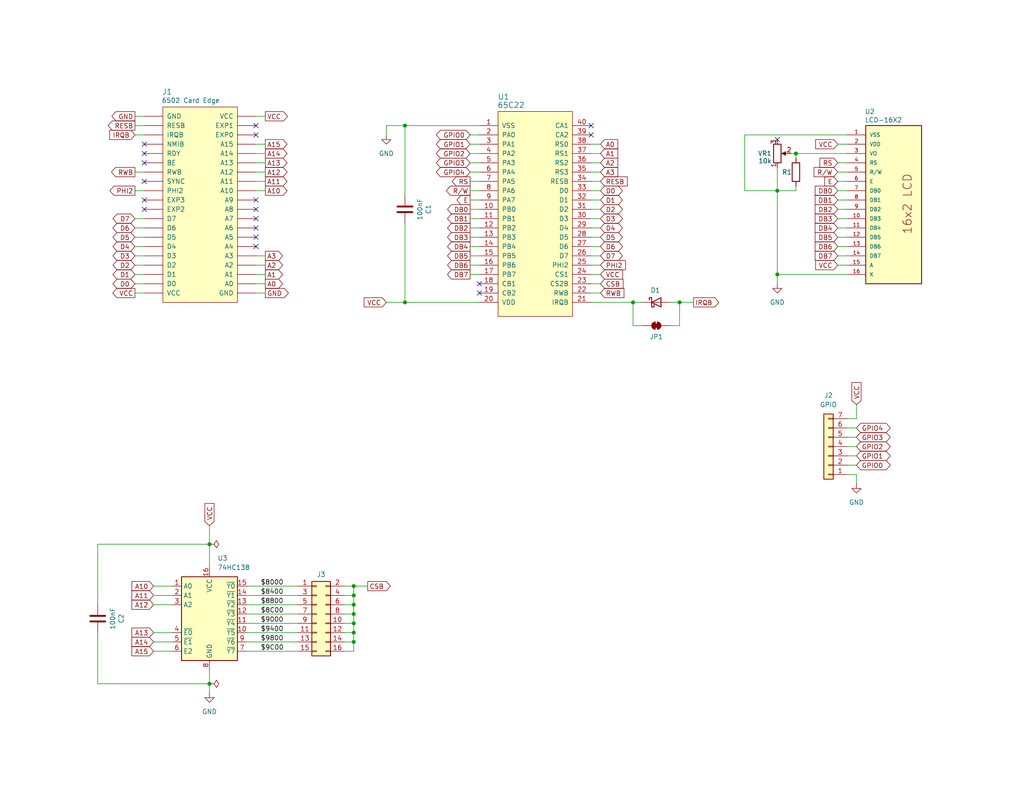
<source format=kicad_sch>
(kicad_sch (version 20250114) (generator "eeschema") (generator_version "9.0")
  (paper "USLetter")
  (title_block (title "6502 LCD Card") (date "2024-06-12") (rev "1.0") (company "A.C. Wright Design"))
  (lib_symbols
    (symbol "6502 Parts:6502 Card Edge" (pin_names (offset 1.016)) (in_bom no)
      (property "Reference" "J" (at -10.16 28.448 0))
      (property "Value" "6502 Card Edge" (at -5.588 26.924 0))
      (symbol "6502 Card Edge_1_0"
        (rectangle (start -10.16 25.4) (end 10.16 -27.94) (fill (type background)))
        (pin power_in line (at -15.24 22.86 0) (length 5.08) (name "GND") (number "GND"))
        (pin bidirectional line (at -15.24 20.32 0) (length 5.08) (name "RESB") (number "RESB"))
        (pin bidirectional line (at -15.24 17.78 0) (length 5.08) (name "IRQB") (number "IRQB"))
        (pin bidirectional line (at -15.24 15.24 0) (length 5.08) (name "NMIB") (number "NMIB"))
        (pin bidirectional line (at -15.24 12.7 0) (length 5.08) (name "RDY") (number "RDY"))
        (pin bidirectional line (at -15.24 10.16 0) (length 5.08) (name "BE") (number "BE"))
        (pin bidirectional line (at -15.24 7.62 0) (length 5.08) (name "RWB") (number "RWB"))
        (pin bidirectional line (at -15.24 5.08 0) (length 5.08) (name "SYNC") (number "SYNC"))
        (pin bidirectional line (at -15.24 2.54 0) (length 5.08) (name "PHI2") (number "PHI2"))
        (pin bidirectional line (at -15.24 0 0) (length 5.08) (name "EXP3") (number "EXP3"))
        (pin bidirectional line (at -15.24 -2.54 0) (length 5.08) (name "EXP2") (number "EXP2"))
        (pin bidirectional line (at -15.24 -5.08 0) (length 5.08) (name "D7") (number "D7"))
        (pin bidirectional line (at -15.24 -7.62 0) (length 5.08) (name "D6") (number "D6"))
        (pin bidirectional line (at -15.24 -10.16 0) (length 5.08) (name "D5") (number "D5"))
        (pin bidirectional line (at -15.24 -12.7 0) (length 5.08) (name "D4") (number "D4"))
        (pin bidirectional line (at -15.24 -15.24 0) (length 5.08) (name "D3") (number "D3"))
        (pin bidirectional line (at -15.24 -17.78 0) (length 5.08) (name "D2") (number "D2"))
        (pin bidirectional line (at -15.24 -20.32 0) (length 5.08) (name "D1") (number "D1"))
        (pin bidirectional line (at -15.24 -22.86 0) (length 5.08) (name "D0") (number "D0"))
        (pin power_in line (at -15.24 -25.4 0) (length 5.08) (name "VCC") (number "VCC"))
        (pin power_in line (at 15.24 22.86 180) (length 5.08) (name "VCC") (number "VCC"))
        (pin bidirectional line (at 15.24 20.32 180) (length 5.08) (name "EXP1") (number "EXP1"))
        (pin bidirectional line (at 15.24 17.78 180) (length 5.08) (name "EXP0") (number "EXP0"))
        (pin bidirectional line (at 15.24 15.24 180) (length 5.08) (name "A15") (number "A15"))
        (pin bidirectional line (at 15.24 12.7 180) (length 5.08) (name "A14") (number "A14"))
        (pin bidirectional line (at 15.24 10.16 180) (length 5.08) (name "A13") (number "A13"))
        (pin bidirectional line (at 15.24 7.62 180) (length 5.08) (name "A12") (number "A12"))
        (pin bidirectional line (at 15.24 5.08 180) (length 5.08) (name "A11") (number "A11"))
        (pin bidirectional line (at 15.24 2.54 180) (length 5.08) (name "A10") (number "A10"))
        (pin bidirectional line (at 15.24 0 180) (length 5.08) (name "A9") (number "A9"))
        (pin bidirectional line (at 15.24 -2.54 180) (length 5.08) (name "A8") (number "A8"))
        (pin bidirectional line (at 15.24 -5.08 180) (length 5.08) (name "A7") (number "A7"))
        (pin bidirectional line (at 15.24 -7.62 180) (length 5.08) (name "A6") (number "A6"))
        (pin bidirectional line (at 15.24 -10.16 180) (length 5.08) (name "A5") (number "A5"))
        (pin bidirectional line (at 15.24 -12.7 180) (length 5.08) (name "A4") (number "A4"))
        (pin bidirectional line (at 15.24 -15.24 180) (length 5.08) (name "A3") (number "A3"))
        (pin bidirectional line (at 15.24 -17.78 180) (length 5.08) (name "A2") (number "A2"))
        (pin bidirectional line (at 15.24 -20.32 180) (length 5.08) (name "A1") (number "A1"))
        (pin bidirectional line (at 15.24 -22.86 180) (length 5.08) (name "A0") (number "A0"))
        (pin power_in line (at 15.24 -25.4 180) (length 5.08) (name "GND") (number "GND"))
      )
    )
    (symbol "6502 Parts:65C22" (pin_names (offset 1.016))
      (property "Reference" "U" (at 4.826 8.128 0))
      (property "Value" "65C22" (at 4.826 5.588 0))
      (symbol "65C22_0_1"
        (rectangle (start 5.08 3.81) (end 25.4 -52.07) (fill (type background)))
      )
      (symbol "65C22_1_0"
        (pin power_in line (at 0 0 0) (length 5.08) (name "VSS") (number "1"))
        (pin bidirectional line (at 0 -2.54 0) (length 5.08) (name "PA0") (number "2"))
        (pin bidirectional line (at 0 -5.08 0) (length 5.08) (name "PA1") (number "3"))
        (pin bidirectional line (at 0 -7.62 0) (length 5.08) (name "PA2") (number "4"))
        (pin bidirectional line (at 0 -10.16 0) (length 5.08) (name "PA3") (number "5"))
        (pin bidirectional line (at 0 -12.7 0) (length 5.08) (name "PA4") (number "6"))
        (pin bidirectional line (at 0 -15.24 0) (length 5.08) (name "PA5") (number "7"))
        (pin bidirectional line (at 0 -17.78 0) (length 5.08) (name "PA6") (number "8"))
        (pin bidirectional line (at 0 -20.32 0) (length 5.08) (name "PA7") (number "9"))
        (pin bidirectional line (at 0 -22.86 0) (length 5.08) (name "PB0") (number "10"))
        (pin bidirectional line (at 0 -25.4 0) (length 5.08) (name "PB1") (number "11"))
        (pin bidirectional line (at 0 -27.94 0) (length 5.08) (name "PB2") (number "12"))
        (pin bidirectional line (at 0 -30.48 0) (length 5.08) (name "PB3") (number "13"))
        (pin bidirectional line (at 0 -33.02 0) (length 5.08) (name "PB4") (number "14"))
        (pin bidirectional line (at 0 -35.56 0) (length 5.08) (name "PB5") (number "15"))
        (pin bidirectional line (at 0 -38.1 0) (length 5.08) (name "PB6") (number "16"))
        (pin bidirectional line (at 0 -40.64 0) (length 5.08) (name "PB7") (number "17"))
        (pin bidirectional line (at 0 -43.18 0) (length 5.08) (name "CB1") (number "18"))
        (pin bidirectional line (at 0 -45.72 0) (length 5.08) (name "CB2") (number "19"))
        (pin power_in line (at 0 -48.26 0) (length 5.08) (name "VDD") (number "20"))
        (pin bidirectional line (at 30.48 0 180) (length 5.08) (name "CA1") (number "40"))
        (pin bidirectional line (at 30.48 -2.54 180) (length 5.08) (name "CA2") (number "39"))
        (pin input line (at 30.48 -5.08 180) (length 5.08) (name "RS0") (number "38"))
        (pin input line (at 30.48 -7.62 180) (length 5.08) (name "RS1") (number "37"))
        (pin input line (at 30.48 -10.16 180) (length 5.08) (name "RS2") (number "36"))
        (pin input line (at 30.48 -12.7 180) (length 5.08) (name "RS3") (number "35"))
        (pin input line (at 30.48 -15.24 180) (length 5.08) (name "RESB") (number "34"))
        (pin output line (at 30.48 -17.78 180) (length 5.08) (name "D0") (number "33"))
        (pin output line (at 30.48 -20.32 180) (length 5.08) (name "D1") (number "32"))
        (pin output line (at 30.48 -22.86 180) (length 5.08) (name "D2") (number "31"))
        (pin output line (at 30.48 -25.4 180) (length 5.08) (name "D3") (number "30"))
        (pin output line (at 30.48 -27.94 180) (length 5.08) (name "D4") (number "29"))
        (pin output line (at 30.48 -30.48 180) (length 5.08) (name "D5") (number "28"))
        (pin output line (at 30.48 -33.02 180) (length 5.08) (name "D6") (number "27"))
        (pin output line (at 30.48 -35.56 180) (length 5.08) (name "D7") (number "26"))
        (pin input line (at 30.48 -38.1 180) (length 5.08) (name "PHI2") (number "25"))
        (pin input line (at 30.48 -40.64 180) (length 5.08) (name "CS1") (number "24"))
        (pin input line (at 30.48 -43.18 180) (length 5.08) (name "CS2B") (number "23"))
        (pin input line (at 30.48 -45.72 180) (length 5.08) (name "RWB") (number "22"))
        (pin output line (at 30.48 -48.26 180) (length 5.08) (name "IRQB") (number "21"))
      )
    )
    (symbol "6502 Parts:LCD-16X2" (pin_names (offset 1.016))
      (property "Reference" "U" (at -7.874 25.654 0))
      (property "Value" "LCD-16X2" (at -7.874 23.622 0))
      (symbol "LCD-16X2_0_0"
        (rectangle (start -7.62 -20.32) (end 7.62 22.86) (stroke (width 0.254)) (fill (type background)))
        (text "16x2 LCD" (at 5.08 -6.858 900) (effects (font (size 2.286 2.286)) (justify left bottom)))
        (pin power_in line (at -12.7 20.32 0) (length 5.08) (name "VSS") (number "1"))
        (pin power_in line (at -12.7 17.78 0) (length 5.08) (name "VDD") (number "2"))
        (pin bidirectional line (at -12.7 15.24 0) (length 5.08) (name "VO") (number "3"))
        (pin input line (at -12.7 12.7 0) (length 5.08) (name "RS") (number "4"))
        (pin input line (at -12.7 10.16 0) (length 5.08) (name "R/W") (number "5"))
        (pin input line (at -12.7 7.62 0) (length 5.08) (name "E") (number "6"))
        (pin bidirectional line (at -12.7 5.08 0) (length 5.08) (name "DB0") (number "7"))
        (pin bidirectional line (at -12.7 2.54 0) (length 5.08) (name "DB1") (number "8"))
        (pin bidirectional line (at -12.7 0 0) (length 5.08) (name "DB2") (number "9"))
        (pin bidirectional line (at -12.7 -2.54 0) (length 5.08) (name "DB3") (number "10"))
        (pin bidirectional line (at -12.7 -5.08 0) (length 5.08) (name "DB4") (number "11"))
        (pin bidirectional line (at -12.7 -7.62 0) (length 5.08) (name "DB5") (number "12"))
        (pin bidirectional line (at -12.7 -10.16 0) (length 5.08) (name "DB6") (number "13"))
        (pin bidirectional line (at -12.7 -12.7 0) (length 5.08) (name "DB7") (number "14"))
        (pin power_in line (at -12.7 -15.24 0) (length 5.08) (name "A") (number "15"))
        (pin power_in line (at -12.7 -17.78 0) (length 5.08) (name "K") (number "16"))
      )
    )
    (symbol "74xx:74HC138"
      (property "Reference" "U" (at -7.62 13.97 0))
      (property "Value" "74HC138" (at 2.54 -11.43 0))
      (symbol "74HC138_0_1"
        (rectangle (start -7.62 12.7) (end 7.62 -10.16) (stroke (width 0.254)) (fill (type background)))
      )
      (symbol "74HC138_1_1"
        (pin input line (at -10.16 10.16 0) (length 2.54) (name "A0") (number "1"))
        (pin input line (at -10.16 7.62 0) (length 2.54) (name "A1") (number "2"))
        (pin input line (at -10.16 5.08 0) (length 2.54) (name "A2") (number "3"))
        (pin input line (at -10.16 -2.54 0) (length 2.54) (name "~{E0}") (number "4"))
        (pin input line (at -10.16 -5.08 0) (length 2.54) (name "~{E1}") (number "5"))
        (pin input line (at -10.16 -7.62 0) (length 2.54) (name "E2") (number "6"))
        (pin power_in line (at 0 15.24 270) (length 2.54) (name "VCC") (number "16"))
        (pin power_in line (at 0 -12.7 90) (length 2.54) (name "GND") (number "8"))
        (pin output line (at 10.16 10.16 180) (length 2.54) (name "~{Y0}") (number "15"))
        (pin output line (at 10.16 7.62 180) (length 2.54) (name "~{Y1}") (number "14"))
        (pin output line (at 10.16 5.08 180) (length 2.54) (name "~{Y2}") (number "13"))
        (pin output line (at 10.16 2.54 180) (length 2.54) (name "~{Y3}") (number "12"))
        (pin output line (at 10.16 0 180) (length 2.54) (name "~{Y4}") (number "11"))
        (pin output line (at 10.16 -2.54 180) (length 2.54) (name "~{Y5}") (number "10"))
        (pin output line (at 10.16 -5.08 180) (length 2.54) (name "~{Y6}") (number "9"))
        (pin output line (at 10.16 -7.62 180) (length 2.54) (name "~{Y7}") (number "7"))
      )
    )
    (symbol "Connector_Generic:Conn_01x07" (pin_names (offset 1.016) (hide yes))
      (property "Reference" "J" (at 0 10.16 0))
      (property "Value" "Conn_01x07" (at 0 -10.16 0))
      (symbol "Conn_01x07_1_1"
        (rectangle (start -1.27 8.89) (end 1.27 -8.89) (stroke (width 0.254)) (fill (type background)))
        (rectangle (start -1.27 7.747) (end 0 7.493) (stroke (width 0.1524)))
        (rectangle (start -1.27 5.207) (end 0 4.953) (stroke (width 0.1524)))
        (rectangle (start -1.27 2.667) (end 0 2.413) (stroke (width 0.1524)))
        (rectangle (start -1.27 0.127) (end 0 -0.127) (stroke (width 0.1524)))
        (rectangle (start -1.27 -2.413) (end 0 -2.667) (stroke (width 0.1524)))
        (rectangle (start -1.27 -4.953) (end 0 -5.207) (stroke (width 0.1524)))
        (rectangle (start -1.27 -7.493) (end 0 -7.747) (stroke (width 0.1524)))
        (pin passive line (at -5.08 7.62 0) (length 3.81) (name "Pin_1") (number "1"))
        (pin passive line (at -5.08 5.08 0) (length 3.81) (name "Pin_2") (number "2"))
        (pin passive line (at -5.08 2.54 0) (length 3.81) (name "Pin_3") (number "3"))
        (pin passive line (at -5.08 0 0) (length 3.81) (name "Pin_4") (number "4"))
        (pin passive line (at -5.08 -2.54 0) (length 3.81) (name "Pin_5") (number "5"))
        (pin passive line (at -5.08 -5.08 0) (length 3.81) (name "Pin_6") (number "6"))
        (pin passive line (at -5.08 -7.62 0) (length 3.81) (name "Pin_7") (number "7"))
      )
    )
    (symbol "Connector_Generic:Conn_02x08_Odd_Even" (pin_names (offset 1.016) (hide yes))
      (property "Reference" "J" (at 1.27 10.16 0))
      (property "Value" "Conn_02x08_Odd_Even" (at 1.27 -12.7 0))
      (symbol "Conn_02x08_Odd_Even_1_1"
        (rectangle (start -1.27 8.89) (end 3.81 -11.43) (stroke (width 0.254)) (fill (type background)))
        (rectangle (start -1.27 7.747) (end 0 7.493) (stroke (width 0.1524)))
        (rectangle (start -1.27 5.207) (end 0 4.953) (stroke (width 0.1524)))
        (rectangle (start -1.27 2.667) (end 0 2.413) (stroke (width 0.1524)))
        (rectangle (start -1.27 0.127) (end 0 -0.127) (stroke (width 0.1524)))
        (rectangle (start -1.27 -2.413) (end 0 -2.667) (stroke (width 0.1524)))
        (rectangle (start -1.27 -4.953) (end 0 -5.207) (stroke (width 0.1524)))
        (rectangle (start -1.27 -7.493) (end 0 -7.747) (stroke (width 0.1524)))
        (rectangle (start -1.27 -10.033) (end 0 -10.287) (stroke (width 0.1524)))
        (rectangle (start 3.81 7.747) (end 2.54 7.493) (stroke (width 0.1524)))
        (rectangle (start 3.81 5.207) (end 2.54 4.953) (stroke (width 0.1524)))
        (rectangle (start 3.81 2.667) (end 2.54 2.413) (stroke (width 0.1524)))
        (rectangle (start 3.81 0.127) (end 2.54 -0.127) (stroke (width 0.1524)))
        (rectangle (start 3.81 -2.413) (end 2.54 -2.667) (stroke (width 0.1524)))
        (rectangle (start 3.81 -4.953) (end 2.54 -5.207) (stroke (width 0.1524)))
        (rectangle (start 3.81 -7.493) (end 2.54 -7.747) (stroke (width 0.1524)))
        (rectangle (start 3.81 -10.033) (end 2.54 -10.287) (stroke (width 0.1524)))
        (pin passive line (at -5.08 7.62 0) (length 3.81) (name "Pin_1") (number "1"))
        (pin passive line (at -5.08 5.08 0) (length 3.81) (name "Pin_3") (number "3"))
        (pin passive line (at -5.08 2.54 0) (length 3.81) (name "Pin_5") (number "5"))
        (pin passive line (at -5.08 0 0) (length 3.81) (name "Pin_7") (number "7"))
        (pin passive line (at -5.08 -2.54 0) (length 3.81) (name "Pin_9") (number "9"))
        (pin passive line (at -5.08 -5.08 0) (length 3.81) (name "Pin_11") (number "11"))
        (pin passive line (at -5.08 -7.62 0) (length 3.81) (name "Pin_13") (number "13"))
        (pin passive line (at -5.08 -10.16 0) (length 3.81) (name "Pin_15") (number "15"))
        (pin passive line (at 7.62 7.62 180) (length 3.81) (name "Pin_2") (number "2"))
        (pin passive line (at 7.62 5.08 180) (length 3.81) (name "Pin_4") (number "4"))
        (pin passive line (at 7.62 2.54 180) (length 3.81) (name "Pin_6") (number "6"))
        (pin passive line (at 7.62 0 180) (length 3.81) (name "Pin_8") (number "8"))
        (pin passive line (at 7.62 -2.54 180) (length 3.81) (name "Pin_10") (number "10"))
        (pin passive line (at 7.62 -5.08 180) (length 3.81) (name "Pin_12") (number "12"))
        (pin passive line (at 7.62 -7.62 180) (length 3.81) (name "Pin_14") (number "14"))
        (pin passive line (at 7.62 -10.16 180) (length 3.81) (name "Pin_16") (number "16"))
      )
    )
    (symbol "Device:C" (pin_numbers (hide yes)) (pin_names (offset 0.254))
      (property "Reference" "C" (at 0.635 2.54 0))
      (property "Value" "C" (at 0.635 -2.54 0))
      (symbol "C_0_1"
        (polyline (pts (xy -2.032 0.762) (xy 2.032 0.762)) (stroke (width 0.508)))
        (polyline (pts (xy -2.032 -0.762) (xy 2.032 -0.762)) (stroke (width 0.508)))
      )
      (symbol "C_1_1"
        (pin passive line (at 0 3.81 270) (length 2.794) (name "~") (number "1"))
        (pin passive line (at 0 -3.81 90) (length 2.794) (name "~") (number "2"))
      )
    )
    (symbol "Device:D_Schottky" (pin_numbers (hide yes)) (pin_names (offset 1.016) (hide yes))
      (property "Reference" "D" (at 0 2.54 0))
      (property "Value" "D_Schottky" (at 0 -2.54 0))
      (symbol "D_Schottky_0_1"
        (polyline (pts (xy -1.905 0.635) (xy -1.905 1.27) (xy -1.27 1.27) (xy -1.27 -1.27) (xy -0.635 -1.27) (xy -0.635 -0.635)) (stroke (width 0.254)))
        (polyline (pts (xy 1.27 1.27) (xy 1.27 -1.27) (xy -1.27 0) (xy 1.27 1.27)) (stroke (width 0.254)))
        (polyline (pts (xy 1.27 0) (xy -1.27 0)))
      )
      (symbol "D_Schottky_1_1"
        (pin passive line (at -3.81 0 0) (length 2.54) (name "K") (number "1"))
        (pin passive line (at 3.81 0 180) (length 2.54) (name "A") (number "2"))
      )
    )
    (symbol "Device:R" (pin_numbers (hide yes)) (pin_names (offset 0))
      (property "Reference" "R" (at 2.032 0 90))
      (property "Value" "R" (at 0 0 90))
      (symbol "R_0_1"
        (rectangle (start -1.016 -2.54) (end 1.016 2.54) (stroke (width 0.254)))
      )
      (symbol "R_1_1"
        (pin passive line (at 0 3.81 270) (length 1.27) (name "~") (number "1"))
        (pin passive line (at 0 -3.81 90) (length 1.27) (name "~") (number "2"))
      )
    )
    (symbol "Device:R_Potentiometer" (pin_names (offset 1.016) (hide yes))
      (property "Reference" "RV" (at -4.445 0 90))
      (property "Value" "R_Potentiometer" (at -2.54 0 90))
      (symbol "R_Potentiometer_0_1"
        (rectangle (start 1.016 2.54) (end -1.016 -2.54) (stroke (width 0.254)))
        (polyline (pts (xy 1.143 0) (xy 2.286 0.508) (xy 2.286 -0.508) (xy 1.143 0)) (fill (type outline)))
        (polyline (pts (xy 2.54 0) (xy 1.524 0)))
      )
      (symbol "R_Potentiometer_1_1"
        (pin passive line (at 0 3.81 270) (length 1.27) (name "1") (number "1"))
        (pin passive line (at 0 -3.81 90) (length 1.27) (name "3") (number "3"))
        (pin passive line (at 3.81 0 180) (length 1.27) (name "2") (number "2"))
      )
    )
    (symbol "Jumper:SolderJumper_2_Bridged" (pin_numbers (hide yes)) (pin_names (offset 0) (hide yes)) (exclude_from_sim yes) (in_bom no)
      (property "Reference" "JP" (at 0 2.032 0))
      (property "Value" "SolderJumper_2_Bridged" (at 0 -2.54 0))
      (symbol "SolderJumper_2_Bridged_0_1"
        (rectangle (start -0.508 0.508) (end 0.508 -0.508) (fill (type outline)))
        (polyline (pts (xy -0.254 1.016) (xy -0.254 -1.016)))
        (arc (start -0.254 -1.016) (mid -1.2656 0) (end -0.254 1.016))
        (arc (start -0.254 -1.016) (mid -1.2656 0) (end -0.254 1.016) (fill (type outline)))
        (arc (start 0.254 1.016) (mid 1.2656 0) (end 0.254 -1.016))
        (arc (start 0.254 1.016) (mid 1.2656 0) (end 0.254 -1.016) (fill (type outline)))
        (polyline (pts (xy 0.254 1.016) (xy 0.254 -1.016)))
      )
      (symbol "SolderJumper_2_Bridged_1_1"
        (pin passive line (at -3.81 0 0) (length 2.54) (name "A") (number "1"))
        (pin passive line (at 3.81 0 180) (length 2.54) (name "B") (number "2"))
      )
    )
    (symbol "power:GND" (power) (pin_numbers (hide yes)) (pin_names (offset 0) (hide yes))
      (property "Value" "GND" (at 0 -3.81 0))
      (symbol "GND_0_1"
        (polyline (pts (xy 0 0) (xy 0 -1.27) (xy 1.27 -1.27) (xy 0 -2.54) (xy -1.27 -1.27) (xy 0 -1.27)))
      )
      (symbol "GND_1_1"
        (pin power_in line (at 0 0 270) (length 0) (name "~") (number "1"))
      )
    )
    (symbol "power:PWR_FLAG" (power) (pin_numbers (hide yes)) (pin_names (offset 0) (hide yes))
      (property "Value" "PWR_FLAG" (at 0 3.81 0))
      (symbol "PWR_FLAG_0_0"
        (pin power_out line (at 0 0 90) (length 0) (name "~") (number "1"))
      )
      (symbol "PWR_FLAG_0_1"
        (polyline (pts (xy 0 0) (xy 0 1.27) (xy -1.016 1.905) (xy 0 2.54) (xy 1.016 1.905) (xy 0 1.27)))
      )
    )
  )
  (junction (at 212.09 74.93))
  (junction (at 96.52 162.56))
  (junction (at 110.49 34.29))
  (junction (at 96.52 160.02))
  (junction (at 172.72 82.55))
  (junction (at 57.15 186.69))
  (junction (at 217.17 41.91))
  (junction (at 96.52 170.18))
  (junction (at 96.52 165.1))
  (junction (at 96.52 167.64))
  (junction (at 212.09 52.07))
  (junction (at 185.42 82.55))
  (junction (at 57.15 148.59))
  (junction (at 96.52 175.26))
  (junction (at 96.52 172.72))
  (junction (at 110.49 82.55))
  (no_connect (at 69.85 36.83))
  (no_connect (at 161.29 34.29))
  (no_connect (at 39.37 39.37))
  (no_connect (at 212.09 38.1))
  (no_connect (at 69.85 59.69))
  (no_connect (at 39.37 49.53))
  (no_connect (at 39.37 41.91))
  (no_connect (at 69.85 64.77))
  (no_connect (at 161.29 36.83))
  (no_connect (at 130.81 77.47))
  (no_connect (at 39.37 57.15))
  (no_connect (at 69.85 54.61))
  (no_connect (at 69.85 34.29))
  (no_connect (at 39.37 54.61))
  (no_connect (at 69.85 67.31))
  (no_connect (at 69.85 62.23))
  (no_connect (at 130.81 80.01))
  (no_connect (at 39.37 44.45))
  (no_connect (at 69.85 57.15))
  (wire (pts (xy 185.42 82.55) (xy 189.23 82.55)))
  (wire (pts (xy 36.83 36.83) (xy 39.37 36.83)))
  (wire (pts (xy 110.49 82.55) (xy 130.81 82.55)))
  (wire (pts (xy 96.52 167.64) (xy 93.98 167.64)))
  (wire (pts (xy 217.17 43.18) (xy 217.17 41.91)))
  (wire (pts (xy 161.29 57.15) (xy 163.83 57.15)))
  (wire (pts (xy 161.29 46.99) (xy 163.83 46.99)))
  (wire (pts (xy 228.6 57.15) (xy 231.14 57.15)))
  (wire (pts (xy 161.29 44.45) (xy 163.83 44.45)))
  (wire (pts (xy 212.09 74.93) (xy 212.09 77.47)))
  (wire (pts (xy 69.85 74.93) (xy 72.39 74.93)))
  (wire (pts (xy 203.2 52.07) (xy 212.09 52.07)))
  (wire (pts (xy 231.14 74.93) (xy 212.09 74.93)))
  (wire (pts (xy 203.2 36.83) (xy 231.14 36.83)))
  (wire (pts (xy 161.29 41.91) (xy 163.83 41.91)))
  (wire (pts (xy 105.41 82.55) (xy 110.49 82.55)))
  (wire (pts (xy 41.91 175.26) (xy 46.99 175.26)))
  (wire (pts (xy 161.29 64.77) (xy 163.83 64.77)))
  (wire (pts (xy 172.72 88.9) (xy 175.26 88.9)))
  (wire (pts (xy 41.91 162.56) (xy 46.99 162.56)))
  (wire (pts (xy 69.85 41.91) (xy 72.39 41.91)))
  (wire (pts (xy 161.29 82.55) (xy 172.72 82.55)))
  (wire (pts (xy 228.6 67.31) (xy 231.14 67.31)))
  (wire (pts (xy 110.49 34.29) (xy 110.49 53.34)))
  (wire (pts (xy 69.85 39.37) (xy 72.39 39.37)))
  (wire (pts (xy 128.27 64.77) (xy 130.81 64.77)))
  (wire (pts (xy 161.29 54.61) (xy 163.83 54.61)))
  (wire (pts (xy 36.83 77.47) (xy 39.37 77.47)))
  (wire (pts (xy 228.6 44.45) (xy 231.14 44.45)))
  (wire (pts (xy 212.09 52.07) (xy 212.09 74.93)))
  (wire (pts (xy 67.31 162.56) (xy 81.28 162.56)))
  (wire (pts (xy 67.31 177.8) (xy 81.28 177.8)))
  (wire (pts (xy 96.52 175.26) (xy 96.52 172.72)))
  (wire (pts (xy 182.88 88.9) (xy 185.42 88.9)))
  (wire (pts (xy 96.52 172.72) (xy 96.52 170.18)))
  (wire (pts (xy 96.52 170.18) (xy 93.98 170.18)))
  (wire (pts (xy 233.68 129.54) (xy 233.68 132.08)))
  (wire (pts (xy 233.68 110.49) (xy 233.68 114.3)))
  (wire (pts (xy 231.14 129.54) (xy 233.68 129.54)))
  (wire (pts (xy 231.14 121.92) (xy 233.68 121.92)))
  (wire (pts (xy 217.17 50.8) (xy 217.17 52.07)))
  (wire (pts (xy 228.6 39.37) (xy 231.14 39.37)))
  (wire (pts (xy 105.41 34.29) (xy 110.49 34.29)))
  (wire (pts (xy 231.14 119.38) (xy 233.68 119.38)))
  (wire (pts (xy 161.29 80.01) (xy 163.83 80.01)))
  (wire (pts (xy 26.67 148.59) (xy 26.67 165.1)))
  (wire (pts (xy 67.31 175.26) (xy 81.28 175.26)))
  (wire (pts (xy 128.27 49.53) (xy 130.81 49.53)))
  (wire (pts (xy 228.6 59.69) (xy 231.14 59.69)))
  (wire (pts (xy 41.91 177.8) (xy 46.99 177.8)))
  (wire (pts (xy 231.14 116.84) (xy 233.68 116.84)))
  (wire (pts (xy 69.85 31.75) (xy 72.39 31.75)))
  (wire (pts (xy 231.14 127) (xy 233.68 127)))
  (wire (pts (xy 57.15 148.59) (xy 57.15 154.94)))
  (wire (pts (xy 128.27 67.31) (xy 130.81 67.31)))
  (wire (pts (xy 203.2 36.83) (xy 203.2 52.07)))
  (wire (pts (xy 233.68 114.3) (xy 231.14 114.3)))
  (wire (pts (xy 161.29 77.47) (xy 163.83 77.47)))
  (wire (pts (xy 67.31 160.02) (xy 81.28 160.02)))
  (wire (pts (xy 228.6 62.23) (xy 231.14 62.23)))
  (wire (pts (xy 41.91 160.02) (xy 46.99 160.02)))
  (wire (pts (xy 128.27 39.37) (xy 130.81 39.37)))
  (wire (pts (xy 36.83 31.75) (xy 39.37 31.75)))
  (wire (pts (xy 228.6 49.53) (xy 231.14 49.53)))
  (wire (pts (xy 128.27 36.83) (xy 130.81 36.83)))
  (wire (pts (xy 128.27 72.39) (xy 130.81 72.39)))
  (wire (pts (xy 161.29 72.39) (xy 163.83 72.39)))
  (wire (pts (xy 217.17 41.91) (xy 231.14 41.91)))
  (wire (pts (xy 69.85 44.45) (xy 72.39 44.45)))
  (wire (pts (xy 36.83 62.23) (xy 39.37 62.23)))
  (wire (pts (xy 228.6 69.85) (xy 231.14 69.85)))
  (wire (pts (xy 36.83 52.07) (xy 39.37 52.07)))
  (wire (pts (xy 215.9 41.91) (xy 217.17 41.91)))
  (wire (pts (xy 69.85 46.99) (xy 72.39 46.99)))
  (wire (pts (xy 26.67 186.69) (xy 26.67 172.72)))
  (wire (pts (xy 36.83 46.99) (xy 39.37 46.99)))
  (wire (pts (xy 231.14 124.46) (xy 233.68 124.46)))
  (wire (pts (xy 57.15 186.69) (xy 57.15 189.23)))
  (wire (pts (xy 128.27 54.61) (xy 130.81 54.61)))
  (wire (pts (xy 36.83 74.93) (xy 39.37 74.93)))
  (wire (pts (xy 67.31 167.64) (xy 81.28 167.64)))
  (wire (pts (xy 67.31 170.18) (xy 81.28 170.18)))
  (wire (pts (xy 128.27 74.93) (xy 130.81 74.93)))
  (wire (pts (xy 128.27 44.45) (xy 130.81 44.45)))
  (wire (pts (xy 228.6 52.07) (xy 231.14 52.07)))
  (wire (pts (xy 96.52 162.56) (xy 96.52 160.02)))
  (wire (pts (xy 69.85 80.01) (xy 72.39 80.01)))
  (wire (pts (xy 67.31 172.72) (xy 81.28 172.72)))
  (wire (pts (xy 57.15 148.59) (xy 57.15 143.51)))
  (wire (pts (xy 96.52 160.02) (xy 100.33 160.02)))
  (wire (pts (xy 26.67 186.69) (xy 57.15 186.69)))
  (wire (pts (xy 41.91 165.1) (xy 46.99 165.1)))
  (wire (pts (xy 69.85 69.85) (xy 72.39 69.85)))
  (wire (pts (xy 93.98 165.1) (xy 96.52 165.1)))
  (wire (pts (xy 36.83 64.77) (xy 39.37 64.77)))
  (wire (pts (xy 217.17 52.07) (xy 212.09 52.07)))
  (wire (pts (xy 161.29 59.69) (xy 163.83 59.69)))
  (wire (pts (xy 161.29 62.23) (xy 163.83 62.23)))
  (wire (pts (xy 41.91 172.72) (xy 46.99 172.72)))
  (wire (pts (xy 67.31 165.1) (xy 81.28 165.1)))
  (wire (pts (xy 161.29 69.85) (xy 163.83 69.85)))
  (wire (pts (xy 110.49 60.96) (xy 110.49 82.55)))
  (wire (pts (xy 212.09 45.72) (xy 212.09 52.07)))
  (wire (pts (xy 36.83 69.85) (xy 39.37 69.85)))
  (wire (pts (xy 96.52 177.8) (xy 96.52 175.26)))
  (wire (pts (xy 128.27 57.15) (xy 130.81 57.15)))
  (wire (pts (xy 161.29 52.07) (xy 163.83 52.07)))
  (wire (pts (xy 36.83 34.29) (xy 39.37 34.29)))
  (wire (pts (xy 69.85 77.47) (xy 72.39 77.47)))
  (wire (pts (xy 36.83 59.69) (xy 39.37 59.69)))
  (wire (pts (xy 128.27 69.85) (xy 130.81 69.85)))
  (wire (pts (xy 161.29 67.31) (xy 163.83 67.31)))
  (wire (pts (xy 96.52 162.56) (xy 93.98 162.56)))
  (wire (pts (xy 96.52 170.18) (xy 96.52 167.64)))
  (wire (pts (xy 161.29 49.53) (xy 163.83 49.53)))
  (wire (pts (xy 96.52 167.64) (xy 96.52 165.1)))
  (wire (pts (xy 228.6 64.77) (xy 231.14 64.77)))
  (wire (pts (xy 128.27 52.07) (xy 130.81 52.07)))
  (wire (pts (xy 228.6 46.99) (xy 231.14 46.99)))
  (wire (pts (xy 96.52 172.72) (xy 93.98 172.72)))
  (wire (pts (xy 128.27 41.91) (xy 130.81 41.91)))
  (wire (pts (xy 36.83 80.01) (xy 39.37 80.01)))
  (wire (pts (xy 228.6 54.61) (xy 231.14 54.61)))
  (wire (pts (xy 93.98 160.02) (xy 96.52 160.02)))
  (wire (pts (xy 105.41 36.83) (xy 105.41 34.29)))
  (wire (pts (xy 185.42 82.55) (xy 182.88 82.55)))
  (wire (pts (xy 36.83 72.39) (xy 39.37 72.39)))
  (wire (pts (xy 172.72 82.55) (xy 172.72 88.9)))
  (wire (pts (xy 69.85 72.39) (xy 72.39 72.39)))
  (wire (pts (xy 128.27 62.23) (xy 130.81 62.23)))
  (wire (pts (xy 57.15 148.59) (xy 26.67 148.59)))
  (wire (pts (xy 228.6 72.39) (xy 231.14 72.39)))
  (wire (pts (xy 172.72 82.55) (xy 175.26 82.55)))
  (wire (pts (xy 69.85 49.53) (xy 72.39 49.53)))
  (wire (pts (xy 96.52 165.1) (xy 96.52 162.56)))
  (wire (pts (xy 128.27 59.69) (xy 130.81 59.69)))
  (wire (pts (xy 57.15 182.88) (xy 57.15 186.69)))
  (wire (pts (xy 96.52 175.26) (xy 93.98 175.26)))
  (wire (pts (xy 161.29 74.93) (xy 163.83 74.93)))
  (wire (pts (xy 36.83 67.31) (xy 39.37 67.31)))
  (wire (pts (xy 110.49 34.29) (xy 130.81 34.29)))
  (wire (pts (xy 185.42 88.9) (xy 185.42 82.55)))
  (wire (pts (xy 69.85 52.07) (xy 72.39 52.07)))
  (wire (pts (xy 128.27 46.99) (xy 130.81 46.99)))
  (wire (pts (xy 161.29 39.37) (xy 163.83 39.37)))
  (wire (pts (xy 93.98 177.8) (xy 96.52 177.8)))
  (label "$8000" (at 71.12 160.02 0))
  (label "$9C00" (at 71.12 177.8 0))
  (label "$9400" (at 71.12 172.72 0))
  (label "$8400" (at 71.12 162.56 0))
  (label "$8C00" (at 71.12 167.64 0))
  (label "$9800" (at 71.12 175.26 0))
  (label "$8800" (at 71.12 165.1 0))
  (label "$9000" (at 71.12 170.18 0))
  (global_label "D0" (shape bidirectional) (at 36.83 77.47 180) (property "Intersheetrefs" "${INTERSHEET_REFS}" (effects (hide yes))))
  (global_label "A11" (shape output) (at 72.39 49.53 0) (property "Intersheetrefs" "${INTERSHEET_REFS}" (effects (hide yes))))
  (global_label "DB5" (shape input) (at 228.6 64.77 180) (property "Intersheetrefs" "${INTERSHEET_REFS}" (effects (hide yes))))
  (global_label "GPIO2" (shape bidirectional) (at 128.27 41.91 180) (property "Intersheetrefs" "${INTERSHEET_REFS}" (effects (hide yes))))
  (global_label "VCC" (shape input) (at 233.68 110.49 90) (property "Intersheetrefs" "${INTERSHEET_REFS}" (effects (hide yes))))
  (global_label "D6" (shape bidirectional) (at 163.83 67.31 0) (property "Intersheetrefs" "${INTERSHEET_REFS}" (effects (hide yes))))
  (global_label "D4" (shape bidirectional) (at 36.83 67.31 180) (property "Intersheetrefs" "${INTERSHEET_REFS}" (effects (hide yes))))
  (global_label "CSB" (shape output) (at 100.33 160.02 0) (property "Intersheetrefs" "${INTERSHEET_REFS}" (effects (hide yes))))
  (global_label "DB2" (shape input) (at 228.6 57.15 180) (property "Intersheetrefs" "${INTERSHEET_REFS}" (effects (hide yes))))
  (global_label "VCC" (shape input) (at 57.15 143.51 90) (property "Intersheetrefs" "${INTERSHEET_REFS}" (effects (hide yes))))
  (global_label "E" (shape input) (at 228.6 49.53 180) (property "Intersheetrefs" "${INTERSHEET_REFS}" (effects (hide yes))))
  (global_label "PHI2" (shape output) (at 36.83 52.07 180) (property "Intersheetrefs" "${INTERSHEET_REFS}" (effects (hide yes))))
  (global_label "RESB" (shape output) (at 36.83 34.29 180) (property "Intersheetrefs" "${INTERSHEET_REFS}" (effects (hide yes))))
  (global_label "GPIO0" (shape bidirectional) (at 233.68 127 0) (property "Intersheetrefs" "${INTERSHEET_REFS}" (effects (hide yes))))
  (global_label "DB5" (shape output) (at 128.27 69.85 180) (property "Intersheetrefs" "${INTERSHEET_REFS}" (effects (hide yes))))
  (global_label "GPIO1" (shape bidirectional) (at 233.68 124.46 0) (property "Intersheetrefs" "${INTERSHEET_REFS}" (effects (hide yes))))
  (global_label "A14" (shape output) (at 72.39 41.91 0) (property "Intersheetrefs" "${INTERSHEET_REFS}" (effects (hide yes))))
  (global_label "PHI2" (shape input) (at 163.83 72.39 0) (property "Intersheetrefs" "${INTERSHEET_REFS}" (effects (hide yes))))
  (global_label "A12" (shape input) (at 41.91 165.1 180) (property "Intersheetrefs" "${INTERSHEET_REFS}" (effects (hide yes))))
  (global_label "A15" (shape input) (at 41.91 177.8 180) (property "Intersheetrefs" "${INTERSHEET_REFS}" (effects (hide yes))))
  (global_label "RESB" (shape input) (at 163.83 49.53 0) (property "Intersheetrefs" "${INTERSHEET_REFS}" (effects (hide yes))))
  (global_label "A1" (shape input) (at 163.83 41.91 0) (property "Intersheetrefs" "${INTERSHEET_REFS}" (effects (hide yes))))
  (global_label "RS" (shape input) (at 228.6 44.45 180) (property "Intersheetrefs" "${INTERSHEET_REFS}" (effects (hide yes))))
  (global_label "A13" (shape input) (at 41.91 172.72 180) (property "Intersheetrefs" "${INTERSHEET_REFS}" (effects (hide yes))))
  (global_label "VCC" (shape input) (at 105.41 82.55 180) (property "Intersheetrefs" "${INTERSHEET_REFS}" (effects (hide yes))))
  (global_label "A10" (shape output) (at 72.39 52.07 0) (property "Intersheetrefs" "${INTERSHEET_REFS}" (effects (hide yes))))
  (global_label "GPIO0" (shape bidirectional) (at 128.27 36.83 180) (property "Intersheetrefs" "${INTERSHEET_REFS}" (effects (hide yes))))
  (global_label "VCC" (shape input) (at 163.83 74.93 0) (property "Intersheetrefs" "${INTERSHEET_REFS}" (effects (hide yes))))
  (global_label "D1" (shape bidirectional) (at 163.83 54.61 0) (property "Intersheetrefs" "${INTERSHEET_REFS}" (effects (hide yes))))
  (global_label "R{slash}W" (shape output) (at 128.27 52.07 180) (property "Intersheetrefs" "${INTERSHEET_REFS}" (effects (hide yes))))
  (global_label "GND" (shape output) (at 72.39 80.01 0) (property "Intersheetrefs" "${INTERSHEET_REFS}" (effects (hide yes))))
  (global_label "A1" (shape output) (at 72.39 74.93 0) (property "Intersheetrefs" "${INTERSHEET_REFS}" (effects (hide yes))))
  (global_label "DB6" (shape output) (at 128.27 72.39 180) (property "Intersheetrefs" "${INTERSHEET_REFS}" (effects (hide yes))))
  (global_label "VCC" (shape output) (at 72.39 31.75 0) (property "Intersheetrefs" "${INTERSHEET_REFS}" (effects (hide yes))))
  (global_label "D6" (shape bidirectional) (at 36.83 62.23 180) (property "Intersheetrefs" "${INTERSHEET_REFS}" (effects (hide yes))))
  (global_label "A2" (shape output) (at 72.39 72.39 0) (property "Intersheetrefs" "${INTERSHEET_REFS}" (effects (hide yes))))
  (global_label "E" (shape output) (at 128.27 54.61 180) (property "Intersheetrefs" "${INTERSHEET_REFS}" (effects (hide yes))))
  (global_label "A3" (shape input) (at 163.83 46.99 0) (property "Intersheetrefs" "${INTERSHEET_REFS}" (effects (hide yes))))
  (global_label "DB4" (shape input) (at 228.6 62.23 180) (property "Intersheetrefs" "${INTERSHEET_REFS}" (effects (hide yes))))
  (global_label "DB0" (shape output) (at 128.27 57.15 180) (property "Intersheetrefs" "${INTERSHEET_REFS}" (effects (hide yes))))
  (global_label "R{slash}W" (shape input) (at 228.6 46.99 180) (property "Intersheetrefs" "${INTERSHEET_REFS}" (effects (hide yes))))
  (global_label "GPIO1" (shape bidirectional) (at 128.27 39.37 180) (property "Intersheetrefs" "${INTERSHEET_REFS}" (effects (hide yes))))
  (global_label "DB7" (shape input) (at 228.6 69.85 180) (property "Intersheetrefs" "${INTERSHEET_REFS}" (effects (hide yes))))
  (global_label "GPIO4" (shape bidirectional) (at 128.27 46.99 180) (property "Intersheetrefs" "${INTERSHEET_REFS}" (effects (hide yes))))
  (global_label "DB4" (shape output) (at 128.27 67.31 180) (property "Intersheetrefs" "${INTERSHEET_REFS}" (effects (hide yes))))
  (global_label "VCC" (shape output) (at 36.83 80.01 180) (property "Intersheetrefs" "${INTERSHEET_REFS}" (effects (hide yes))))
  (global_label "A2" (shape input) (at 163.83 44.45 0) (property "Intersheetrefs" "${INTERSHEET_REFS}" (effects (hide yes))))
  (global_label "D4" (shape bidirectional) (at 163.83 62.23 0) (property "Intersheetrefs" "${INTERSHEET_REFS}" (effects (hide yes))))
  (global_label "D2" (shape bidirectional) (at 36.83 72.39 180) (property "Intersheetrefs" "${INTERSHEET_REFS}" (effects (hide yes))))
  (global_label "D5" (shape bidirectional) (at 163.83 64.77 0) (property "Intersheetrefs" "${INTERSHEET_REFS}" (effects (hide yes))))
  (global_label "GPIO2" (shape bidirectional) (at 233.68 121.92 0) (property "Intersheetrefs" "${INTERSHEET_REFS}" (effects (hide yes))))
  (global_label "CSB" (shape input) (at 163.83 77.47 0) (property "Intersheetrefs" "${INTERSHEET_REFS}" (effects (hide yes))))
  (global_label "GPIO4" (shape bidirectional) (at 233.68 116.84 0) (property "Intersheetrefs" "${INTERSHEET_REFS}" (effects (hide yes))))
  (global_label "GND" (shape output) (at 36.83 31.75 180) (property "Intersheetrefs" "${INTERSHEET_REFS}" (effects (hide yes))))
  (global_label "IRQB" (shape output) (at 189.23 82.55 0) (property "Intersheetrefs" "${INTERSHEET_REFS}" (effects (hide yes))))
  (global_label "VCC" (shape input) (at 228.6 72.39 180) (property "Intersheetrefs" "${INTERSHEET_REFS}" (effects (hide yes))))
  (global_label "D3" (shape bidirectional) (at 36.83 69.85 180) (property "Intersheetrefs" "${INTERSHEET_REFS}" (effects (hide yes))))
  (global_label "DB2" (shape output) (at 128.27 62.23 180) (property "Intersheetrefs" "${INTERSHEET_REFS}" (effects (hide yes))))
  (global_label "D5" (shape bidirectional) (at 36.83 64.77 180) (property "Intersheetrefs" "${INTERSHEET_REFS}" (effects (hide yes))))
  (global_label "A11" (shape input) (at 41.91 162.56 180) (property "Intersheetrefs" "${INTERSHEET_REFS}" (effects (hide yes))))
  (global_label "RS" (shape output) (at 128.27 49.53 180) (property "Intersheetrefs" "${INTERSHEET_REFS}" (effects (hide yes))))
  (global_label "DB1" (shape input) (at 228.6 54.61 180) (property "Intersheetrefs" "${INTERSHEET_REFS}" (effects (hide yes))))
  (global_label "DB0" (shape input) (at 228.6 52.07 180) (property "Intersheetrefs" "${INTERSHEET_REFS}" (effects (hide yes))))
  (global_label "A0" (shape output) (at 72.39 77.47 0) (property "Intersheetrefs" "${INTERSHEET_REFS}" (effects (hide yes))))
  (global_label "D7" (shape bidirectional) (at 163.83 69.85 0) (property "Intersheetrefs" "${INTERSHEET_REFS}" (effects (hide yes))))
  (global_label "DB6" (shape input) (at 228.6 67.31 180) (property "Intersheetrefs" "${INTERSHEET_REFS}" (effects (hide yes))))
  (global_label "A13" (shape output) (at 72.39 44.45 0) (property "Intersheetrefs" "${INTERSHEET_REFS}" (effects (hide yes))))
  (global_label "RWB" (shape output) (at 36.83 46.99 180) (property "Intersheetrefs" "${INTERSHEET_REFS}" (effects (hide yes))))
  (global_label "D3" (shape bidirectional) (at 163.83 59.69 0) (property "Intersheetrefs" "${INTERSHEET_REFS}" (effects (hide yes))))
  (global_label "D2" (shape bidirectional) (at 163.83 57.15 0) (property "Intersheetrefs" "${INTERSHEET_REFS}" (effects (hide yes))))
  (global_label "RWB" (shape input) (at 163.83 80.01 0) (property "Intersheetrefs" "${INTERSHEET_REFS}" (effects (hide yes))))
  (global_label "GPIO3" (shape bidirectional) (at 233.68 119.38 0) (property "Intersheetrefs" "${INTERSHEET_REFS}" (effects (hide yes))))
  (global_label "D0" (shape bidirectional) (at 163.83 52.07 0) (property "Intersheetrefs" "${INTERSHEET_REFS}" (effects (hide yes))))
  (global_label "DB1" (shape output) (at 128.27 59.69 180) (property "Intersheetrefs" "${INTERSHEET_REFS}" (effects (hide yes))))
  (global_label "VCC" (shape input) (at 228.6 39.37 180) (property "Intersheetrefs" "${INTERSHEET_REFS}" (effects (hide yes))))
  (global_label "DB7" (shape output) (at 128.27 74.93 180) (property "Intersheetrefs" "${INTERSHEET_REFS}" (effects (hide yes))))
  (global_label "A0" (shape input) (at 163.83 39.37 0) (property "Intersheetrefs" "${INTERSHEET_REFS}" (effects (hide yes))))
  (global_label "DB3" (shape output) (at 128.27 64.77 180) (property "Intersheetrefs" "${INTERSHEET_REFS}" (effects (hide yes))))
  (global_label "D1" (shape bidirectional) (at 36.83 74.93 180) (property "Intersheetrefs" "${INTERSHEET_REFS}" (effects (hide yes))))
  (global_label "DB3" (shape input) (at 228.6 59.69 180) (property "Intersheetrefs" "${INTERSHEET_REFS}" (effects (hide yes))))
  (global_label "A14" (shape input) (at 41.91 175.26 180) (property "Intersheetrefs" "${INTERSHEET_REFS}" (effects (hide yes))))
  (global_label "A12" (shape output) (at 72.39 46.99 0) (property "Intersheetrefs" "${INTERSHEET_REFS}" (effects (hide yes))))
  (global_label "A15" (shape output) (at 72.39 39.37 0) (property "Intersheetrefs" "${INTERSHEET_REFS}" (effects (hide yes))))
  (global_label "A10" (shape input) (at 41.91 160.02 180) (property "Intersheetrefs" "${INTERSHEET_REFS}" (effects (hide yes))))
  (global_label "GPIO3" (shape bidirectional) (at 128.27 44.45 180) (property "Intersheetrefs" "${INTERSHEET_REFS}" (effects (hide yes))))
  (global_label "IRQB" (shape input) (at 36.83 36.83 180) (property "Intersheetrefs" "${INTERSHEET_REFS}" (effects (hide yes))))
  (global_label "A3" (shape output) (at 72.39 69.85 0) (property "Intersheetrefs" "${INTERSHEET_REFS}" (effects (hide yes))))
  (global_label "D7" (shape bidirectional) (at 36.83 59.69 180) (property "Intersheetrefs" "${INTERSHEET_REFS}" (effects (hide yes))))
  (symbol (lib_id "6502 Parts:LCD-16X2") (at 243.84 57.15 0) (unit 1) (in_bom no)
    (property "Reference" "U2" (at 235.966 30.48 0) (effects (justify left)))
    (property "Value" "LCD-16X2" (at 235.966 32.766 0) (effects (justify left)))
    (property "Footprint" "6502 Parts:LCD-16X2" (effects (hide yes)))
    (property "MF" "Gravitech" (effects (hide yes)))
    (property "MAXIMUM_PACKAGE_HEIGHT" "14 mm" (effects (hide yes)))
    (property "Package" "None" (effects (hide yes)))
    (property "Price" "None" (effects (hide yes)))
    (property "Check_prices" "https://www.snapeda.com/parts/LCD-16X2/Gravitech/view-part/?ref=eda" (effects (hide yes)))
    (property "STANDARD" "Manufacturer Recommendations" (effects (hide yes)))
    (property "PARTREV" "N/A" (effects (hide yes)))
    (property "SnapEDA_Link" "https://www.snapeda.com/parts/LCD-16X2/Gravitech/view-part/?ref=snap" (effects (hide yes)))
    (property "MP" "LCD-16X2" (effects (hide yes)))
    (property "Description_1" "\nDisplay Development Tools 16x2 Black on Green Char LCD w Backlight\n" (effects (hide yes)))
    (property "Availability" "Not in stock" (effects (hide yes)))
    (property "MANUFACTURER" "Gravitech" (effects (hide yes)))
  )
  (symbol (lib_id "power:PWR_FLAG") (at 57.15 186.69 270) (unit 1)
    (property "Reference" "#FLG02" (effects (hide yes)))
    (property "Value" "PWR_FLAG" (effects (hide yes)))
    (property "Description" "Special symbol for telling ERC where power comes from" (effects (hide yes)))
  )
  (symbol (lib_id "Device:R_Potentiometer") (at 212.09 41.91 0) (mirror x) (unit 1) (in_bom no)
    (property "Reference" "VR1" (at 210.566 41.91 0) (effects (justify right)))
    (property "Value" "10k" (at 210.566 43.942 0) (effects (justify right)))
    (property "Footprint" "6502 Parts:3386F-1-103TLF" (effects (hide yes)))
    (property "Description" "Potentiometer" (effects (hide yes)))
  )
  (symbol (lib_id "Device:R") (at 217.17 46.99 0) (unit 1) (in_bom no)
    (property "Reference" "R1" (at 213.36 46.99 0) (effects (justify left)))
    (property "Value" "R" (effects (hide yes)))
    (property "Footprint" "Resistor_THT:R_Axial_DIN0204_L3.6mm_D1.6mm_P5.08mm_Horizontal" (effects (hide yes)))
    (property "Description" "Resistor" (effects (hide yes)))
  )
  (symbol (lib_id "power:GND") (at 233.68 132.08 0) (unit 1)
    (property "Reference" "#PWR03" (effects (hide yes)))
    (property "Value" "GND" (at 233.68 137.16 0))
    (property "Description" "Power symbol creates a global label with name \"GND\" , ground" (effects (hide yes)))
  )
  (symbol (lib_id "Device:D_Schottky") (at 179.07 82.55 0) (unit 1) (in_bom no)
    (property "Reference" "D1" (at 178.816 79.248 0))
    (property "Value" "D_Schottky" (effects (hide yes)))
    (property "Footprint" "Diode_THT:D_DO-35_SOD27_P7.62mm_Horizontal" (effects (hide yes)))
    (property "Description" "Schottky diode" (effects (hide yes)))
  )
  (symbol (lib_id "Device:C") (at 110.49 57.15 0) (unit 1)
    (property "Reference" "C1" (at 116.8908 57.15 90))
    (property "Value" "100nF" (at 114.5794 57.15 90))
    (property "Footprint" "Capacitor_SMD:C_0805_2012Metric" (effects (hide yes)))
    (property "LCSC" "C49678" (effects (hide yes)))
  )
  (symbol (lib_id "Connector_Generic:Conn_02x08_Odd_Even") (at 86.36 167.64 0) (unit 1) (in_bom no)
    (property "Reference" "J3" (at 87.63 156.845 0))
    (property "Value" "Conn_02x08_Odd_Even" (effects (hide yes)))
    (property "Footprint" "Connector_PinHeader_2.54mm:PinHeader_2x08_P2.54mm_Vertical" (effects (hide yes)))
  )
  (symbol (lib_id "power:GND") (at 105.41 36.83 0) (unit 1)
    (property "Reference" "#PWR01" (effects (hide yes)))
    (property "Value" "GND" (at 105.41 41.91 0))
    (property "Description" "Power symbol creates a global label with name \"GND\" , ground" (effects (hide yes)))
  )
  (symbol (lib_id "power:PWR_FLAG") (at 57.15 148.59 270) (unit 1)
    (property "Reference" "#FLG01" (effects (hide yes)))
    (property "Value" "PWR_FLAG" (effects (hide yes)))
    (property "Description" "Special symbol for telling ERC where power comes from" (effects (hide yes)))
  )
  (symbol (lib_id "6502 Parts:6502 Card Edge") (at 54.61 54.61 0) (unit 1) (in_bom no)
    (property "Reference" "J1" (at 44.196 25.908 0) (effects (font (size 1.4986 1.4986)) (justify left bottom)))
    (property "Value" "6502 Card Edge" (at 52.07 27.432 0))
    (property "Footprint" "6502 Parts:6502 Card Edge" (effects (hide yes)))
  )
  (symbol (lib_id "power:GND") (at 212.09 77.47 0) (unit 1)
    (property "Reference" "#PWR02" (effects (hide yes)))
    (property "Value" "GND" (at 212.09 82.55 0))
    (property "Description" "Power symbol creates a global label with name \"GND\" , ground" (effects (hide yes)))
  )
  (symbol (lib_id "6502 Parts:65C22") (at 130.81 34.29 0) (unit 1) (in_bom no)
    (property "Reference" "U1" (at 137.414 26.416 0) (effects (font (size 1.4986 1.4986))))
    (property "Value" "65C22" (at 139.446 28.702 0) (effects (font (size 1.4986 1.4986))))
    (property "Footprint" "Package_DIP:DIP-40_W15.24mm_Socket_LongPads" (effects (hide yes)))
  )
  (symbol (lib_id "74xx:74HC138") (at 57.15 170.18 0) (unit 1)
    (property "Reference" "U3" (at 59.3441 152.4 0) (effects (justify left)))
    (property "Value" "74HC138" (at 59.3441 154.94 0) (effects (justify left)))
    (property "Footprint" "Package_SO:SOIC-16_3.9x9.9mm_P1.27mm" (effects (hide yes)))
    (property "Datasheet" "http://www.ti.com/lit/ds/symlink/cd74hc238.pdf" (effects (hide yes)))
    (property "Description" "3-to-8 line decoder/multiplexer inverting, DIP-16/SOIC-16/SSOP-16" (effects (hide yes)))
    (property "LCSC" "C5602" (effects (hide yes)))
  )
  (symbol (lib_id "power:GND") (at 57.15 189.23 0) (unit 1)
    (property "Reference" "#PWR04" (effects (hide yes)))
    (property "Value" "GND" (at 57.15 194.31 0))
    (property "Description" "Power symbol creates a global label with name \"GND\" , ground" (effects (hide yes)))
  )
  (symbol (lib_id "Device:C") (at 26.67 168.91 0) (unit 1)
    (property "Reference" "C2" (at 33.0708 168.91 90))
    (property "Value" "100nF" (at 30.7594 168.91 90))
    (property "Footprint" "Capacitor_SMD:C_0805_2012Metric" (effects (hide yes)))
    (property "LCSC" "C49678" (effects (hide yes)))
  )
  (symbol (lib_id "Connector_Generic:Conn_01x07") (at 226.06 121.92 180) (unit 1) (in_bom no)
    (property "Reference" "J2" (at 226.06 107.95 0))
    (property "Value" "GPIO" (at 226.06 110.49 0))
    (property "Footprint" "Connector_PinHeader_2.54mm:PinHeader_1x07_P2.54mm_Horizontal" (effects (hide yes)))
    (property "Description" "Generic connector, single row, 01x07, script generated (kicad-library-utils/schlib/autogen/connector/)" (effects (hide yes)))
  )
  (symbol (lib_id "Jumper:SolderJumper_2_Bridged") (at 179.07 88.9 0) (unit 1) (exclude_from_sim yes) (in_bom no)
    (property "Reference" "JP1" (at 179.07 91.948 0))
    (property "Value" "SolderJumper_2_Bridged" (effects (hide yes)))
    (property "Footprint" "Jumper:SolderJumper-2_P1.3mm_Bridged_RoundedPad1.0x1.5mm" (effects (hide yes)))
    (property "Description" "Solder Jumper, 2-pole, closed/bridged" (effects (hide yes)))
  )
)
</source>
